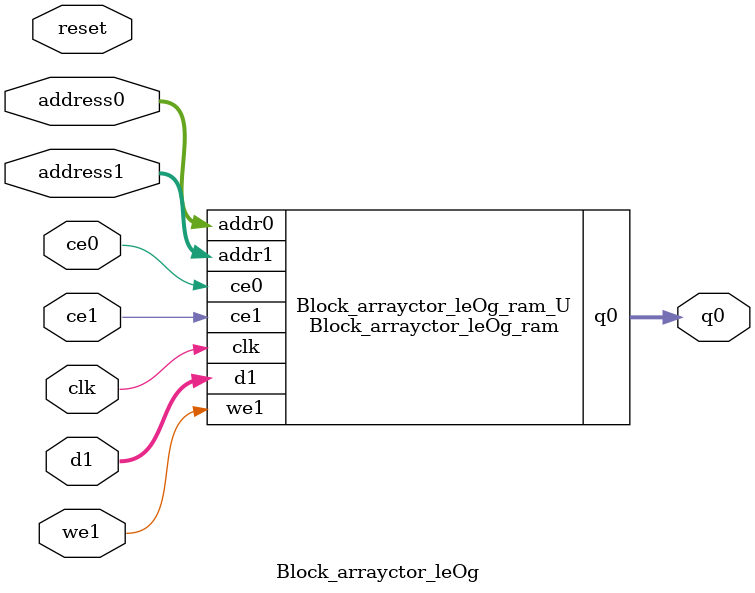
<source format=v>
`timescale 1 ns / 1 ps
module Block_arrayctor_leOg_ram (addr0, ce0, q0, addr1, ce1, d1, we1,  clk);

parameter DWIDTH = 8;
parameter AWIDTH = 2;
parameter MEM_SIZE = 3;

input[AWIDTH-1:0] addr0;
input ce0;
output reg[DWIDTH-1:0] q0;
input[AWIDTH-1:0] addr1;
input ce1;
input[DWIDTH-1:0] d1;
input we1;
input clk;

(* ram_style = "distributed" *)reg [DWIDTH-1:0] ram[0:MEM_SIZE-1];




always @(posedge clk)  
begin 
    if (ce0) begin
        q0 <= ram[addr0];
    end
end


always @(posedge clk)  
begin 
    if (ce1) begin
        if (we1) 
            ram[addr1] <= d1; 
    end
end


endmodule

`timescale 1 ns / 1 ps
module Block_arrayctor_leOg(
    reset,
    clk,
    address0,
    ce0,
    q0,
    address1,
    ce1,
    we1,
    d1);

parameter DataWidth = 32'd8;
parameter AddressRange = 32'd3;
parameter AddressWidth = 32'd2;
input reset;
input clk;
input[AddressWidth - 1:0] address0;
input ce0;
output[DataWidth - 1:0] q0;
input[AddressWidth - 1:0] address1;
input ce1;
input we1;
input[DataWidth - 1:0] d1;



Block_arrayctor_leOg_ram Block_arrayctor_leOg_ram_U(
    .clk( clk ),
    .addr0( address0 ),
    .ce0( ce0 ),
    .q0( q0 ),
    .addr1( address1 ),
    .ce1( ce1 ),
    .we1( we1 ),
    .d1( d1 ));

endmodule


</source>
